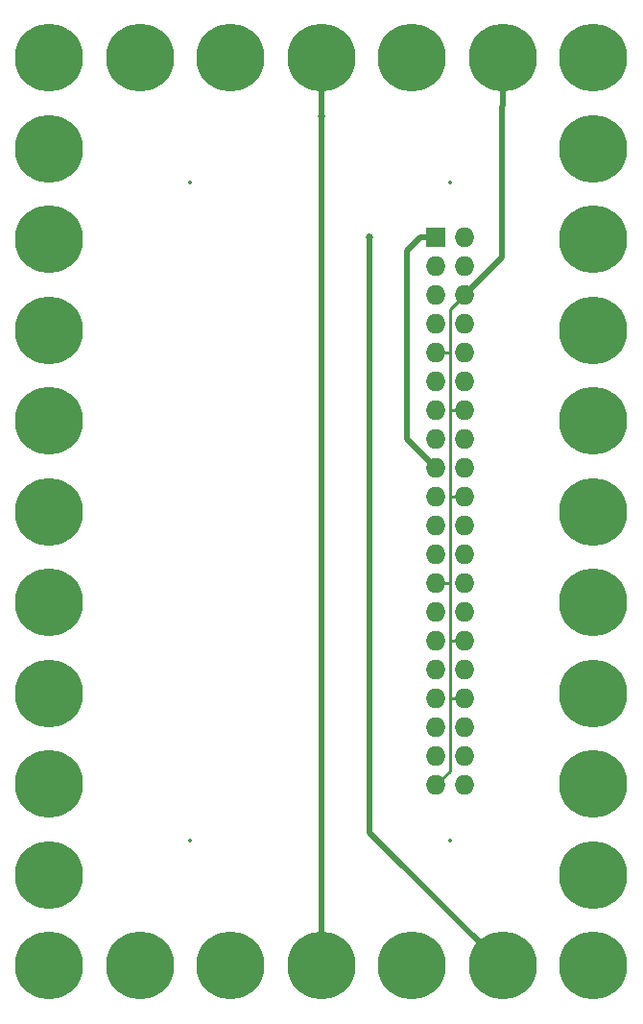
<source format=gbl>
%TF.GenerationSoftware,KiCad,Pcbnew,4.0.7-e2-6376~58~ubuntu16.04.1*%
%TF.CreationDate,2018-05-12T15:05:11-07:00*%
%TF.ProjectId,7x11-RasPi-Zero-Breakout,377831312D52617350692D5A65726F2D,1.0*%
%TF.FileFunction,Copper,L2,Bot,Signal*%
%FSLAX46Y46*%
G04 Gerber Fmt 4.6, Leading zero omitted, Abs format (unit mm)*
G04 Created by KiCad (PCBNEW 4.0.7-e2-6376~58~ubuntu16.04.1) date Sat May 12 15:05:11 2018*
%MOMM*%
%LPD*%
G01*
G04 APERTURE LIST*
%ADD10C,0.350000*%
%ADD11C,6.000000*%
%ADD12R,1.727200X1.727200*%
%ADD13O,1.727200X1.727200*%
%ADD14C,0.685800*%
%ADD15C,0.508000*%
%ADD16C,0.254000*%
%ADD17C,0.330200*%
%ADD18C,0.350000*%
G04 APERTURE END LIST*
D10*
D11*
X57304000Y-81046000D03*
X57303000Y-73046000D03*
X57303000Y-57046000D03*
X57303000Y-89046000D03*
X57303000Y-49046000D03*
X57303000Y-65046000D03*
X57304000Y-97046000D03*
X57304000Y-105046000D03*
X57303000Y-41046000D03*
X49304000Y-41046000D03*
X25304000Y-41046000D03*
X17304000Y-41046000D03*
X25304000Y-121046000D03*
X17304000Y-121046000D03*
X57303000Y-121046000D03*
X41304000Y-121046000D03*
X9304000Y-121046000D03*
X9304000Y-105046000D03*
X9304000Y-97046000D03*
X9304000Y-89046000D03*
X9304000Y-81046000D03*
X9304000Y-73046000D03*
X9304000Y-65046000D03*
X9304000Y-57046000D03*
X9304000Y-49046000D03*
X9304000Y-41046000D03*
X57304000Y-113046000D03*
X9304000Y-113046000D03*
X33304000Y-41046000D03*
X33304000Y-121046000D03*
X41304000Y-41046000D03*
X49304000Y-121046000D03*
D12*
X43434000Y-56896000D03*
D13*
X45974000Y-56896000D03*
X43434000Y-59436000D03*
X45974000Y-59436000D03*
X43434000Y-61976000D03*
X45974000Y-61976000D03*
X43434000Y-64516000D03*
X45974000Y-64516000D03*
X43434000Y-67056000D03*
X45974000Y-67056000D03*
X43434000Y-69596000D03*
X45974000Y-69596000D03*
X43434000Y-72136000D03*
X45974000Y-72136000D03*
X43434000Y-74676000D03*
X45974000Y-74676000D03*
X43434000Y-77216000D03*
X45974000Y-77216000D03*
X43434000Y-79756000D03*
X45974000Y-79756000D03*
X43434000Y-82296000D03*
X45974000Y-82296000D03*
X43434000Y-84836000D03*
X45974000Y-84836000D03*
X43434000Y-87376000D03*
X45974000Y-87376000D03*
X43434000Y-89916000D03*
X45974000Y-89916000D03*
X43434000Y-92456000D03*
X45974000Y-92456000D03*
X43434000Y-94996000D03*
X45974000Y-94996000D03*
X43434000Y-97536000D03*
X45974000Y-97536000D03*
X43434000Y-100076000D03*
X45974000Y-100076000D03*
X43434000Y-102616000D03*
X45974000Y-102616000D03*
X43434000Y-105156000D03*
X45974000Y-105156000D03*
D14*
X37592000Y-56896000D03*
X33304000Y-46228000D03*
D15*
X37592000Y-56896000D02*
X37592000Y-109334000D01*
X37592000Y-109334000D02*
X49304000Y-121046000D01*
X40894000Y-58064400D02*
X40894000Y-74676000D01*
X40894000Y-74676000D02*
X43434000Y-77216000D01*
X43434000Y-56896000D02*
X42062400Y-56896000D01*
X42062400Y-56896000D02*
X40894000Y-58064400D01*
X33304000Y-47752000D02*
X33304000Y-46228000D01*
X33304000Y-46228000D02*
X33304000Y-41046000D01*
X33304000Y-121046000D02*
X33304000Y-47752000D01*
D16*
X44678601Y-87376000D02*
X44678601Y-79756000D01*
X44678601Y-79756000D02*
X44678601Y-72136000D01*
X45974000Y-79756000D02*
X44752686Y-79756000D01*
X44752686Y-79756000D02*
X44678601Y-79756000D01*
D15*
X49276000Y-45316640D02*
X49276000Y-58674000D01*
X49276000Y-58674000D02*
X45974000Y-61976000D01*
X49304000Y-41046000D02*
X49304000Y-45288640D01*
X49304000Y-45288640D02*
X49276000Y-45316640D01*
D16*
X44678601Y-103911399D02*
X44678601Y-97536000D01*
X44678601Y-97536000D02*
X44678601Y-92456000D01*
X45974000Y-97536000D02*
X44678601Y-97536000D01*
X44678601Y-92456000D02*
X44678601Y-87376000D01*
X45974000Y-92456000D02*
X44752686Y-92456000D01*
X44752686Y-92456000D02*
X44678601Y-92456000D01*
X43434000Y-87376000D02*
X44678601Y-87376000D01*
X44678601Y-72136000D02*
X44678601Y-67056000D01*
X45974000Y-72136000D02*
X44678601Y-72136000D01*
X44678601Y-67056000D02*
X44678601Y-63271399D01*
X43434000Y-67056000D02*
X44678601Y-67056000D01*
X45974000Y-61976000D02*
X44704000Y-63246000D01*
X43434000Y-105156000D02*
X44678601Y-103911399D01*
X44678601Y-63271399D02*
X44704000Y-63246000D01*
X44678601Y-63271399D02*
X44678601Y-65811399D01*
D17*
X37592000Y-56896000D03*
X33304000Y-46228000D03*
D18*
X57304000Y-81046000D03*
X57303000Y-73046000D03*
X57303000Y-57046000D03*
X57303000Y-89046000D03*
X57303000Y-49046000D03*
X57303000Y-65046000D03*
X57304000Y-97046000D03*
X57304000Y-105046000D03*
X57303000Y-41046000D03*
X49304000Y-41046000D03*
X25304000Y-41046000D03*
X17304000Y-41046000D03*
X25304000Y-121046000D03*
X17304000Y-121046000D03*
X57303000Y-121046000D03*
X41304000Y-121046000D03*
X9304000Y-121046000D03*
X9304000Y-105046000D03*
X9304000Y-97046000D03*
X9304000Y-89046000D03*
X9304000Y-81046000D03*
X9304000Y-73046000D03*
X9304000Y-65046000D03*
X9304000Y-57046000D03*
X9304000Y-49046000D03*
X9304000Y-41046000D03*
X57304000Y-113046000D03*
X9304000Y-113046000D03*
X33304000Y-41046000D03*
X33304000Y-121046000D03*
X41304000Y-41046000D03*
X49304000Y-121046000D03*
X21704000Y-52046000D03*
X44704000Y-52046000D03*
X44704000Y-110046000D03*
X21704000Y-110046000D03*
X43434000Y-56896000D03*
X45974000Y-56896000D03*
X43434000Y-59436000D03*
X45974000Y-59436000D03*
X43434000Y-61976000D03*
X45974000Y-61976000D03*
X43434000Y-64516000D03*
X45974000Y-64516000D03*
X43434000Y-67056000D03*
X45974000Y-67056000D03*
X43434000Y-69596000D03*
X45974000Y-69596000D03*
X43434000Y-72136000D03*
X45974000Y-72136000D03*
X43434000Y-74676000D03*
X45974000Y-74676000D03*
X43434000Y-77216000D03*
X45974000Y-77216000D03*
X43434000Y-79756000D03*
X45974000Y-79756000D03*
X43434000Y-82296000D03*
X45974000Y-82296000D03*
X43434000Y-84836000D03*
X45974000Y-84836000D03*
X43434000Y-87376000D03*
X45974000Y-87376000D03*
X43434000Y-89916000D03*
X45974000Y-89916000D03*
X43434000Y-92456000D03*
X45974000Y-92456000D03*
X43434000Y-94996000D03*
X45974000Y-94996000D03*
X43434000Y-97536000D03*
X45974000Y-97536000D03*
X43434000Y-100076000D03*
X45974000Y-100076000D03*
X43434000Y-102616000D03*
X45974000Y-102616000D03*
X43434000Y-105156000D03*
X45974000Y-105156000D03*
M02*

</source>
